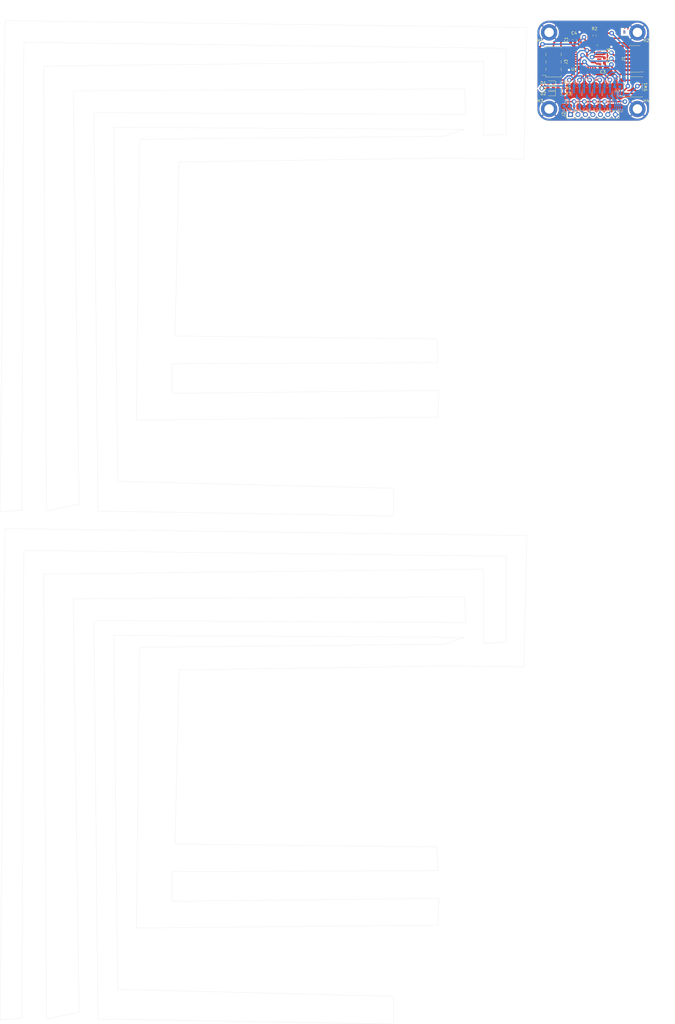
<source format=kicad_pcb>
(kicad_pcb (version 20221018) (generator pcbnew)
  (layers (0 "F.Cu" signal) (31 "B.Cu" signal) (34 "B.Paste" user) (35 "F.Paste" user) (36 "B.SilkS" user "B.Silkscreen") (37 "F.SilkS" user "F.Silkscreen") (38 "B.Mask" user) (39 "F.Mask" user) (44 "Edge.Cuts" user))
  (net 0 "")
  (net 1 "+5V-v2-")
  (net 2 "GND-v2-")
  (net 3 "+3.3V-v2-")
  (net 4 "Net-(D1-K)-v2-")
  (net 6 "Net-(D3-K)-v2-")
  (net 7 "Status_LED-v2-")
  (net 8 "Data_Clock_SNES-v2-")
  (net 9 "Data_Latch_SNES-v2-")
  (net 10 "Net-(D2-K)-v2-")
  (net 11 "Serial_Data1_SNES-v2-")
  (net 12 "Serial_Data2_SNES-v2-")
  (net 13 "SPI_Chip_Select-v2-")
  (net 14 "Chip_Enable-v2-")
  (net 15 "SPI_Digital_Input-v2-")
  (net 16 "SPI_Clock-v2-")
  (net 17 "SPI_Digital_Output-v2-")
  (net 18 "IOBit_SNES-v2-")
  (net 19 "Data_Clock_STM32-v2-")
  (net 20 "Data_Latch_STM32-v2-")
  (net 21 "Appairing_Btn-v2-")
  (net 22 "Net-(U2-BP)-v2-")
  (net 23 "SWDIO-v2-")
  (net 24 "SWDCK-v2-")
  (net 27 "NRST-v2-")
  (net 28 "USART2_RX-v2-")
  (net 29 "USART2_TX-v2-")
  (net 30 "Serial_Data1_STM32-v2-")
  (net 31 "IOBit_STM32-v2-")
  (net 32 "Serial_Data2_STM32-v2-")
  (footprint "Package_QFP:LQFP-32_7x7mm_P0.8mm" (layer "F.Cu") (at 200.6 13.15 180)
    (fp_text reference "U1")
    (fp_text value "STM32L412KBTx")
  )
  (footprint "Connector_PinHeader_2.54mm:PinHeader_1x07_P2.54mm_Vertical" (layer "F.Cu") (at 195 33.15 90)
    (fp_text reference "J2")
    (fp_text value "Conn_01x07_Socket")
  )
  (footprint "Resistor_SMD:R_0603_1608Metric_Pad0.98x0.95mm_HandSolder" (layer "F.Cu") (at 203.17 6.32 90)
    (fp_text reference "R2")
    (fp_text value "10k")
  )
  (footprint "Resistor_SMD:R_0603_1608Metric_Pad0.98x0.95mm_HandSolder" (layer "F.Cu") (at 191.76875 22.45)
    (fp_text reference "R1")
    (fp_text value "1k")
  )
  (footprint "Resistor_SMD:R_0603_1608Metric_Pad0.98x0.95mm_HandSolder" (layer "F.Cu") (at 191.76875 24.25)
    (fp_text reference "R4")
    (fp_text value "1k")
  )
  (footprint "Capacitor_SMD:C_0603_1608Metric_Pad1.08x0.95mm_HandSolder" (layer "F.Cu") (at 206.51 11.5 90)
    (fp_text reference "C5")
    (fp_text value "100n")
  )
  (footprint "MountingHole:MountingHole_3.2mm_M3_DIN965_Pad" (layer "F.Cu") (at 187.75 5.25)
    (fp_text reference "H1")
    (fp_text value "MountingHole_Pad")
  )
  (footprint "MountingHole:MountingHole_3.2mm_M3_DIN965_Pad" (layer "F.Cu") (at 187.75 31.25)
    (fp_text reference "H3")
    (fp_text value "MountingHole_Pad")
  )
  (footprint "Button_Switch_SMD:SW_SPST_B3S-1000" (layer "F.Cu") (at 216.25 23.75 180)
    (fp_text reference "SW1")
    (fp_text value "SW_SPST")
  )
  (footprint "Connector_PinHeader_1.27mm:PinHeader_2x07_P1.27mm_Vertical_SMD" (layer "F.Cu") (at 216.75 14.25 180)
    (fp_text reference "J1")
    (fp_text value "Conn_02x07_Odd_Even")
  )
  (footprint "MountingHole:MountingHole_3.2mm_M3_DIN965_Pad" (layer "F.Cu") (at 217.75 31.25)
    (fp_text reference "H4")
    (fp_text value "MountingHole_Pad")
  )
  (footprint "MountingHole:MountingHole_3.2mm_M3_DIN965_Pad" (layer "F.Cu") (at 217.75 5.25)
    (fp_text reference "H2")
    (fp_text value "MountingHole_Pad")
  )
  (footprint "Connector_PinSocket_2.54mm:PinSocket_2x04_P2.54mm_Vertical_SMD" (layer "F.Cu") (at 189.25 15.25 180)
    (fp_text reference "J3")
    (fp_text value "Conn_01x08_Socket")
  )
  (footprint "Capacitor_SMD:C_0603_1608Metric_Pad1.08x0.95mm_HandSolder" (layer "F.Cu") (at 206.51 14.8025 90)
    (fp_text reference "C2")
    (fp_text value "100n")
  )
  (footprint "Capacitor_SMD:C_0603_1608Metric_Pad1.08x0.95mm_HandSolder" (layer "F.Cu") (at 195.05 7.75 90)
    (fp_text reference "C1")
    (fp_text value "10u")
  )
  (footprint "Capacitor_SMD:C_0603_1608Metric_Pad1.08x0.95mm_HandSolder" (layer "F.Cu") (at 206.0025 17.19)
    (fp_text reference "C3")
    (fp_text value "100n")
  )
  (footprint "Capacitor_SMD:C_0603_1608Metric_Pad1.08x0.95mm_HandSolder" (layer "F.Cu") (at 196.55 7.75 90)
    (fp_text reference "C4")
    (fp_text value "100n")
  )
  (footprint "Resistor_SMD:R_0603_1608Metric_Pad0.98x0.95mm_HandSolder" (layer "F.Cu") (at 191.76875 26.05)
    (fp_text reference "R3")
    (fp_text value "1k")
  )
  (footprint "Diode_SMD:D_0603_1608Metric_Pad1.05x0.95mm_HandSolder" (layer "F.Cu") (at 188.26875 24.25 180)
    (fp_text reference "D3")
    (fp_text value "LED")
  )
  (footprint "Diode_SMD:D_0603_1608Metric_Pad1.05x0.95mm_HandSolder" (layer "F.Cu") (at 188.26875 22.45 180)
    (fp_text reference "D1")
    (fp_text value "LED_Small")
  )
  (footprint "Diode_SMD:D_0603_1608Metric_Pad1.05x0.95mm_HandSolder" (layer "F.Cu") (at 188.26875 26.05 180)
    (fp_text reference "D2")
    (fp_text value "LED_Small")
  )
  (footprint "Package_TO_SOT_SMD:SOT-23" (layer "B.Cu") (at 204.05 26.15 -90)
    (fp_text reference "Q4")
    (fp_text value "2N7002")
  )
  (footprint "Package_SO:MSOP-8_3x3mm_P0.65mm" (layer "B.Cu") (at 211.0125 27.9 -90)
    (fp_text reference "U2")
    (fp_text value "MIC5219-3.3YMM")
  )
  (footprint "Capacitor_SMD:C_0603_1608Metric_Pad1.08x0.95mm_HandSolder" (layer "B.Cu") (at 210.9 23.7 180)
    (fp_text reference "C6")
    (fp_text value "470p")
  )
  (footprint "Resistor_SMD:R_0603_1608Metric_Pad0.98x0.95mm_HandSolder" (layer "B.Cu") (at 207.5 23.45)
    (fp_text reference "R9")
    (fp_text value "10k")
  )
  (footprint "Resistor_SMD:R_0603_1608Metric_Pad0.98x0.95mm_HandSolder" (layer "B.Cu") (at 197.15 30.35)
    (fp_text reference "R11")
    (fp_text value "10k")
  )
  (footprint "Resistor_SMD:R_0603_1608Metric_Pad0.98x0.95mm_HandSolder" (layer "B.Cu") (at 197.15 23.45)
    (fp_text reference "R6")
    (fp_text value "10k")
  )
  (footprint "Resistor_SMD:R_0603_1608Metric_Pad0.98x0.95mm_HandSolder" (layer "B.Cu") (at 193.7 30.35)
    (fp_text reference "R10")
    (fp_text value "10k")
  )
  (footprint "Package_TO_SOT_SMD:SOT-23" (layer "B.Cu") (at 197.15 26.15 -90)
    (fp_text reference "Q2")
    (fp_text value "2N7002")
  )
  (footprint "Capacitor_SMD:C_0603_1608Metric_Pad1.08x0.95mm_HandSolder" (layer "B.Cu") (at 210.9 22.2 180)
    (fp_text reference "C7")
    (fp_text value "2.2u")
  )
  (footprint "Package_TO_SOT_SMD:SOT-23" (layer "B.Cu") (at 207.5 26.15 -90)
    (fp_text reference "Q5")
    (fp_text value "2N7002")
  )
  (footprint "Package_TO_SOT_SMD:SOT-23" (layer "B.Cu") (at 193.7 26.15 -90)
    (fp_text reference "Q1")
    (fp_text value "2N7002")
  )
  (footprint "Resistor_SMD:R_0603_1608Metric_Pad0.98x0.95mm_HandSolder" (layer "B.Cu") (at 207.5 30.35)
    (fp_text reference "R14")
    (fp_text value "10k")
  )
  (footprint "Package_TO_SOT_SMD:SOT-23" (layer "B.Cu") (at 200.6 26.15 -90)
    (fp_text reference "Q3")
    (fp_text value "2N7002")
  )
  (footprint "Resistor_SMD:R_0603_1608Metric_Pad0.98x0.95mm_HandSolder" (layer "B.Cu") (at 200.6 30.35)
    (fp_text reference "R12")
    (fp_text value "10k")
  )
  (footprint "Resistor_SMD:R_0603_1608Metric_Pad0.98x0.95mm_HandSolder" (layer "B.Cu") (at 204.05 23.45)
    (fp_text reference "R8")
    (fp_text value "10k")
  )
  (footprint "Resistor_SMD:R_0603_1608Metric_Pad0.98x0.95mm_HandSolder" (layer "B.Cu") (at 200.6 23.45)
    (fp_text reference "R7")
    (fp_text value "10k")
  )
  (footprint "Resistor_SMD:R_0603_1608Metric_Pad0.98x0.95mm_HandSolder" (layer "B.Cu") (at 204.05 30.35)
    (fp_text reference "R13")
    (fp_text value "10k")
  )
  (footprint "Resistor_SMD:R_0603_1608Metric_Pad0.98x0.95mm_HandSolder" (layer "B.Cu") (at 193.7 23.45)
    (fp_text reference "R5")
    (fp_text value "10k")
  )
  (gr_line (start 180.219937 3.59989) (end 2.929937 1.24989) (stroke (width 0.05)) (layer "Edge.Cuts"))
  (gr_line (start 187.75 1.25) (end 217.75 1.25) (stroke (width 0.1)) (layer "Edge.Cuts"))
  (gr_line (start 165.439937 40.19989) (end 165.439937 15.01989) (stroke (width 0.05)) (layer "Edge.Cuts"))
  (gr_line (start 8.639937 167.44989) (end 9.309937 8.63989) (stroke (width 0.05)) (layer "Edge.Cuts"))
  (gr_line (start 33.149937 204.97989) (end 34.489937 340.28989) (stroke (width 0.05)) (layer "Edge.Cuts"))
  (gr_line (start 59.679937 290.25989) (end 149.999937 289.92989) (stroke (width 0.05)) (layer "Edge.Cuts"))
  (gr_line (start 165.439937 15.01989) (end 16.029937 16.69989) (stroke (width 0.05)) (layer "Edge.Cuts"))
  (gr_line (start 173.159937 183.14989) (end 173.159937 212.35989) (stroke (width 0.05)) (layer "Edge.Cuts"))
  (gr_line (start 134.889937 160.06989) (end 41.209937 157.71989) (stroke (width 0.05)) (layer "Edge.Cuts"))
  (gr_line (start 173.159937 10.64989) (end 173.159937 39.85989) (stroke (width 0.05)) (layer "Edge.Cuts"))
  (gr_line (start 149.999937 117.42989) (end 149.659937 109.36989) (stroke (width 0.05)) (layer "Edge.Cuts"))
  (gr_line (start 217.75 35.25) (end 187.75 35.25) (stroke (width 0.1)) (layer "Edge.Cuts"))
  (gr_line (start 39.869937 37.50989) (end 158.729937 38.18989) (stroke (width 0.05)) (layer "Edge.Cuts"))
  (gr_line (start 221.75 5.25) (end 221.75 31.25) (stroke (width 0.1)) (layer "Edge.Cuts"))
  (gr_line (start 150.329937 299.32989) (end 59.679937 300.32989) (stroke (width 0.05)) (layer "Edge.Cuts"))
  (gr_arc (start 221.75 31.25) (mid 220.578427 34.078427) (end 217.75 35.25) (stroke (width 0.1)) (layer "Edge.Cuts"))
  (gr_line (start 60.679937 108.35989) (end 62.029937 49.26989) (stroke (width 0.05)) (layer "Edge.Cuts"))
  (gr_line (start 59.679937 127.82989) (end 59.679937 117.75989) (stroke (width 0.05)) (layer "Edge.Cuts"))
  (gr_line (start 2.929937 1.24989) (end 1.249937 168.12989) (stroke (width 0.05)) (layer "Edge.Cuts"))
  (gr_line (start 34.489937 167.78989) (end 134.889937 169.46989) (stroke (width 0.05)) (layer "Edge.Cuts"))
  (gr_line (start 16.029937 16.69989) (end 17.039937 167.78989) (stroke (width 0.05)) (layer "Edge.Cuts"))
  (gr_line (start 16.029937 189.19989) (end 17.039937 340.28989) (stroke (width 0.05)) (layer "Edge.Cuts"))
  (gr_line (start 1.249937 168.12989) (end 8.639937 167.44989) (stroke (width 0.05)) (layer "Edge.Cuts"))
  (gr_line (start 165.439937 212.69989) (end 165.439937 187.51989) (stroke (width 0.05)) (layer "Edge.Cuts"))
  (gr_line (start 159.399937 33.14989) (end 33.149937 32.47989) (stroke (width 0.05)) (layer "Edge.Cuts"))
  (gr_line (start 9.309937 181.13989) (end 173.159937 183.14989) (stroke (width 0.05)) (layer "Edge.Cuts"))
  (gr_line (start 159.059937 196.91989) (end 159.399937 205.64989) (stroke (width 0.05)) (layer "Edge.Cuts"))
  (gr_line (start 1.249937 340.62989) (end 8.639937 339.94989) (stroke (width 0.05)) (layer "Edge.Cuts"))
  (gr_arc (start 187.75 35.25) (mid 184.921573 34.078427) (end 183.75 31.25) (stroke (width 0.1)) (layer "Edge.Cuts"))
  (gr_line (start 149.659937 109.36989) (end 60.679937 108.35989) (stroke (width 0.05)) (layer "Edge.Cuts"))
  (gr_line (start 48.599937 41.53989) (end 47.589937 136.89989) (stroke (width 0.05)) (layer "Edge.Cuts"))
  (gr_line (start 153.019937 220.41989) (end 179.209937 220.75989) (stroke (width 0.05)) (layer "Edge.Cuts"))
  (gr_line (start 8.639937 339.94989) (end 9.309937 181.13989) (stroke (width 0.05)) (layer "Edge.Cuts"))
  (gr_line (start 28.119937 337.93989) (end 26.099937 197.58989) (stroke (width 0.05)) (layer "Edge.Cuts"))
  (gr_line (start 150.329937 126.82989) (end 59.679937 127.82989) (stroke (width 0.05)) (layer "Edge.Cuts"))
  (gr_line (start 48.599937 214.03989) (end 47.589937 309.39989) (stroke (width 0.05)) (layer "Edge.Cuts"))
  (gr_line (start 59.679937 117.75989) (end 149.999937 117.42989) (stroke (width 0.05)) (layer "Edge.Cuts"))
  (gr_line (start 149.999937 308.38989) (end 150.329937 299.32989) (stroke (width 0.05)) (layer "Edge.Cuts"))
  (gr_line (start 47.589937 136.89989) (end 149.999937 135.88989) (stroke (width 0.05)) (layer "Edge.Cuts"))
  (gr_line (start 33.149937 32.47989) (end 34.489937 167.78989) (stroke (width 0.05)) (layer "Edge.Cuts"))
  (gr_line (start 134.889937 341.96989) (end 134.889937 332.56989) (stroke (width 0.05)) (layer "Edge.Cuts"))
  (gr_line (start 159.399937 205.64989) (end 33.149937 204.97989) (stroke (width 0.05)) (layer "Edge.Cuts"))
  (gr_line (start 34.489937 340.28989) (end 134.889937 341.96989) (stroke (width 0.05)) (layer "Edge.Cuts"))
  (gr_line (start 2.929937 173.74989) (end 1.249937 340.62989) (stroke (width 0.05)) (layer "Edge.Cuts"))
  (gr_line (start 41.209937 330.21989) (end 39.869937 210.00989) (stroke (width 0.05)) (layer "Edge.Cuts"))
  (gr_line (start 158.729937 38.18989) (end 152.349937 40.53989) (stroke (width 0.05)) (layer "Edge.Cuts"))
  (gr_line (start 152.349937 40.53989) (end 48.599937 41.53989) (stroke (width 0.05)) (layer "Edge.Cuts"))
  (gr_line (start 173.159937 39.85989) (end 165.439937 40.19989) (stroke (width 0.05)) (layer "Edge.Cuts"))
  (gr_line (start 165.439937 187.51989) (end 16.029937 189.19989) (stroke (width 0.05)) (layer "Edge.Cuts"))
  (gr_line (start 41.209937 157.71989) (end 39.869937 37.50989) (stroke (width 0.05)) (layer "Edge.Cuts"))
  (gr_line (start 59.679937 300.32989) (end 59.679937 290.25989) (stroke (width 0.05)) (layer "Edge.Cuts"))
  (gr_line (start 62.029937 49.26989) (end 153.019937 47.91989) (stroke (width 0.05)) (layer "Edge.Cuts"))
  (gr_line (start 153.019937 47.91989) (end 179.209937 48.25989) (stroke (width 0.05)) (layer "Edge.Cuts"))
  (gr_line (start 47.589937 309.39989) (end 149.999937 308.38989) (stroke (width 0.05)) (layer "Edge.Cuts"))
  (gr_line (start 149.999937 135.88989) (end 150.329937 126.82989) (stroke (width 0.05)) (layer "Edge.Cuts"))
  (gr_line (start 158.729937 210.68989) (end 152.349937 213.03989) (stroke (width 0.05)) (layer "Edge.Cuts"))
  (gr_line (start 180.219937 176.09989) (end 2.929937 173.74989) (stroke (width 0.05)) (layer "Edge.Cuts"))
  (gr_line (start 149.999937 289.92989) (end 149.659937 281.86989) (stroke (width 0.05)) (layer "Edge.Cuts"))
  (gr_line (start 62.029937 221.76989) (end 153.019937 220.41989) (stroke (width 0.05)) (layer "Edge.Cuts"))
  (gr_line (start 28.119937 165.43989) (end 26.099937 25.08989) (stroke (width 0.05)) (layer "Edge.Cuts"))
  (gr_line (start 159.059937 24.41989) (end 159.399937 33.14989) (stroke (width 0.05)) (layer "Edge.Cuts"))
  (gr_line (start 26.099937 25.08989) (end 159.059937 24.41989) (stroke (width 0.05)) (layer "Edge.Cuts"))
  (gr_line (start 60.679937 280.85989) (end 62.029937 221.76989) (stroke (width 0.05)) (layer "Edge.Cuts"))
  (gr_line (start 149.659937 281.86989) (end 60.679937 280.85989) (stroke (width 0.05)) (layer "Edge.Cuts"))
  (gr_line (start 9.309937 8.63989) (end 173.159937 10.64989) (stroke (width 0.05)) (layer "Edge.Cuts"))
  (gr_line (start 26.099937 197.58989) (end 159.059937 196.91989) (stroke (width 0.05)) (layer "Edge.Cuts"))
  (gr_line (start 17.039937 340.28989) (end 28.119937 337.93989) (stroke (width 0.05)) (layer "Edge.Cuts"))
  (gr_line (start 173.159937 212.35989) (end 165.439937 212.69989) (stroke (width 0.05)) (layer "Edge.Cuts"))
  (gr_line (start 183.75 31.25) (end 183.75 5.25) (stroke (width 0.1)) (layer "Edge.Cuts"))
  (gr_line (start 17.039937 167.78989) (end 28.119937 165.43989) (stroke (width 0.05)) (layer "Edge.Cuts"))
  (gr_line (start 152.349937 213.03989) (end 48.599937 214.03989) (stroke (width 0.05)) (layer "Edge.Cuts"))
  (gr_line (start 134.889937 169.46989) (end 134.889937 160.06989) (stroke (width 0.05)) (layer "Edge.Cuts"))
  (gr_line (start 39.869937 210.00989) (end 158.729937 210.68989) (stroke (width 0.05)) (layer "Edge.Cuts"))
  (gr_arc (start 183.75 5.25) (mid 184.921573 2.421573) (end 187.75 1.25) (stroke (width 0.1)) (layer "Edge.Cuts"))
  (gr_line (start 179.209937 220.75989) (end 180.219937 176.09989) (stroke (width 0.05)) (layer "Edge.Cuts"))
  (gr_line (start 179.209937 48.25989) (end 180.219937 3.59989) (stroke (width 0.05)) (layer "Edge.Cuts"))
  (gr_line (start 134.889937 332.56989) (end 41.209937 330.21989) (stroke (width 0.05)) (layer "Edge.Cuts"))
  (gr_arc (start 217.75 1.25) (mid 220.578427 2.421573) (end 221.75 5.25) (stroke (width 0.1)) (layer "Edge.Cuts"))
  (gr_text "SNES Plug" (at 205.75 3.75) (layer "F.Cu") (effects (font (size 1 1)) (justify left bottom)))
  (gr_text "T" (at 212.75 5.75) (layer "F.Cu") (effects (font (size 1 1)) (justify left bottom)))
  (gr_text "B" (at 212.75 5.75) (layer "B.Cu") (effects (font (size 1 1)) (justify left bottom)))
  (segment (start 206.5875 28.75) (end 213.5 28.75) (width 0.5) (layer "F.Cu") (net 1))
  (segment (start 196.2375 28.75) (end 199.6875 28.75) (width 0.3) (layer "F.Cu") (net 1))
  (segment (start 196.2375 31.9125) (end 195 33.15) (width 0.5) (layer "F.Cu") (net 1))
  (segment (start 187.39375 26.084561) (end 188.809189 27.5) (width 0.5) (layer "F.Cu") (net 1))
  (segment (start 191.5 28.75) (end 196.2375 28.75) (width 0.5) (layer "F.Cu") (net 1))
  (segment (start 188.809189 27.5) (end 190.25 27.5) (width 0.5) (layer "F.Cu") (net 1))
  (segment (start 203.1375 28.75) (end 199.6875 28.75) (width 0.5) (layer "F.Cu") (net 1))
  (segment (start 190.25 27.5) (end 191.5 28.75) (width 0.5) (layer "F.Cu") (net 1))
  (segment (start 187.39375 26.05) (end 187.39375 26.084561) (width 0.5) (layer "F.Cu") (net 1))
  (segment (start 203.1375 28.75) (end 206.5875 28.75) (width 0.5) (layer "F.Cu") (net 1))
  (segment (start 196.2375 28.75) (end 196.2375 31.9125) (width 0.5) (layer "F.Cu") (net 1))
  (via (at 213.5 28.75) (size 1.6) (drill 0.8) (layers "F.Cu" "B.Cu") (net 1))
  (via (at 196.2375 28.75) (size 1.6) (drill 0.8) (layers "F.Cu" "B.Cu") (net 1))
  (via (at 199.6875 28.75) (size 1.6) (drill 0.8) (layers "F.Cu" "B.Cu") (net 1))
  (via (at 203.1375 28.75) (size 1.6) (drill 0.8) (layers "F.Cu" "B.Cu") (net 1))
  (via (at 206.5875 28.75) (size 1.6) (drill 0.8) (layers "F.Cu" "B.Cu") (net 1))
  (segment (start 213.5 28.75) (end 213.4 28.65) (width 0.5) (layer "B.Cu") (net 1))
  (segment (start 203.1375 28.75) (end 203.1375 30.35) (width 0.5) (layer "B.Cu") (net 1))
  (segment (start 210.6875 25.7875) (end 210.6875 27.230761) (width 0.3) (layer "B.Cu") (net 1))
  (segment (start 195 33.15) (end 195 32.5625) (width 0.5) (layer "B.Cu") (net 1))
  (segment (start 196.2375 30.35) (end 196.2375 28.75) (width 0.5) (layer "B.Cu") (net 1))
  (segment (start 206.5875 28.75) (end 206.5875 30.35) (width 0.5) (layer "B.Cu") (net 1))
  (segment (start 213.4 28.65) (end 212.106739 28.65) (width 0.5) (layer "B.Cu") (net 1))
  (segment (start 199.6875 28.75) (end 199.6875 30.35) (width 0.5) (layer "B.Cu") (net 1))
  (segment (start 212.106739 28.65) (end 210.6875 27.230761) (width 0.5) (layer "B.Cu") (net 1))
  (segment (start 195 32.5625) (end 192.7875 30.35) (width 0.5) (layer "B.Cu") (net 1))
  (segment (start 206.865 17.19) (end 206.865 16.02) (width 0.5) (layer "F.Cu") (net 2))
  (segment (start 204.29 18.215) (end 205.84 18.215) (width 0.5) (layer "F.Cu") (net 2))
  (segment (start 195.05 6.8875) (end 196.55 6.8875) (width 0.5) (layer "F.Cu") (net 2))
  (segment (start 208.411689 10.6375) (end 206.51 10.6375) (width 0.5) (layer "F.Cu") (net 2))
  (segment (start 207.535 11.6625) (end 206.51 10.6375) (width 0.5) (layer "F.Cu") (net 2))
  (segment (start 206.51 15.665) (end 206.51 15.591193) (width 0.5) (layer "F.Cu") (net 2))
  (segment (start 206.51 15.591193) (end 207.535 14.566193) (width 0.5) (layer "F.Cu") (net 2))
  (segment (start 197.8 5.45) (end 197.8 8.975) (width 0.5) (layer "F.Cu") (net 2))
  (segment (start 205.84 18.215) (end 206.865 17.19) (width 0.5) (layer "F.Cu") (net 2))
  (segment (start 198.1 5.15) (end 197.8 5.45) (width 0.5) (layer "F.Cu") (net 2))
  (segment (start 196.55 6.8875) (end 196.55 6.7) (width 0.5) (layer "F.Cu") (net 2))
  (segment (start 207.535 14.566193) (end 207.535 11.6625) (width 0.5) (layer "F.Cu") (net 2))
  (segment (start 203.4 17.325) (end 204.29 18.215) (width 0.5) (layer "F.Cu") (net 2))
  (segment (start 194.5 18) (end 193.44 19.06) (width 0.5) (layer "F.Cu") (net 2))
  (segment (start 208.899189 10.15) (end 208.411689 10.6375) (width 0.5) (layer "F.Cu") (net 2))
  (segment (start 193.44 19.06) (end 191.77 19.06) (width 0.5) (layer "F.Cu") (net 2))
  (segment (start 206.865 16.02) (end 206.51 15.665) (width 0.5) (layer "F.Cu") (net 2))
  (segment (start 196.55 6.7) (end 198.1 5.15) (width 0.5) (layer "F.Cu") (net 2))
  (via (at 198.1 5.15) (size 1.6) (drill 0.8) (layers "F.Cu" "B.Cu") (net 2))
  (via (at 210.0375 20.15) (size 1.6) (drill 0.8) (layers "F.Cu" "B.Cu") (net 2))
  (via (at 208.899189 10.15) (size 1.6) (drill 0.8) (layers "F.Cu" "B.Cu") (net 2))
  (via (at 194.5 18) (size 1.6) (drill 0.8) (layers "F.Cu" "B.Cu") (net 2))
  (segment (start 206.15 10.15) (end 201.15 5.15) (width 0.5) (layer "B.Cu") (net 2))
  (segment (start 208.899189 10.15) (end 206.15 10.15) (width 0.5) (layer "B.Cu") (net 2))
  (segment (start 210.0375 22.2) (end 210.0375 23.7) (width 0.5) (layer "B.Cu") (net 2))
  (segment (start 210.0375 20.1875) (end 210 20.15) (width 0.5) (layer "B.Cu") (net 2))
  (segment (start 210.0375 22.2) (end 210.0375 20.15) (width 0.5) (layer "B.Cu") (net 2))
  (segment (start 201.15 5.15) (end 198.1 5.15) (width 0.5) (layer "B.Cu") (net 2))
  (segment (start 196.425 10.35) (end 196.425 8.7375) (width 0.5) (layer "F.Cu") (net 3))
  (segment (start 196.425 8.7375) (end 196.55 8.6125) (width 0.5) (layer "F.Cu") (net 3))
  (segment (start 206.1225 12.75) (end 204.775 12.75) (width 0.5) (layer "F.Cu") (net 3))
  (segment (start 205.14 16.315) (end 204.775 15.95) (width 0.5) (layer "F.Cu") (net 3))
  (segment (start 220.4 16.79) (end 220.75 17.14) (width 0.5) (layer "F.Cu") (net 3))
  (segment (start 220.75 20.975) (end 220.75 17.14) (width 0.5) (layer "F.Cu") (net 3))
  (segment (start 200.6 11.4) (end 199.55 10.35) (width 0.5) (layer "F.Cu") (net 3))
  (segment (start 212.275 21.5) (end 220.225 21.5) (width 0.5) (layer "F.Cu") (net 3))
  (segment (start 204.775 12.75) (end 203.75 12.75) (width 0.5) (layer "F.Cu") (net 3))
  (segment (start 185.25 24.25) (end 185.25 20.54) (width 0.5) (layer "F.Cu") (net 3))
  (segment (start 195.05 8.975) (end 196.425 10.35) (width 0.5) (layer "F.Cu") (net 3))
  (segment (start 218.7 16.79) (end 220.4 16.79) (width 0.5) (layer "F.Cu") (net 3))
  (segment (start 204.775 15.95) (end 203.870406 15.95) (width 0.5) (layer "F.Cu") (net 3))
  (segment (start 203.420406 15.5) (end 202.290811 15.5) (width 0.5) (layer "F.Cu") (net 3))
  (segment (start 218.225 23.5) (end 220.225 21.5) (width 0.5) (layer "F.Cu") (net 3))
  (segment (start 206.51 12.3625) (end 206.1225 12.75) (width 0.5) (layer "F.Cu") (net 3))
  (segment (start 187.39375 24.25) (end 185.25 24.25) (width 0.5) (layer "F.Cu") (net 3))
  (segment (start 199.55 10.35) (end 196.425 10.35) (width 0.5) (layer "F.Cu") (net 3))
  (segment (start 185.25 20.54) (end 186.73 19.06) (width 0.5) (layer "F.Cu") (net 3))
  (segment (start 195.05 8.6125) (end 195.05 8.975) (width 0.5) (layer "F.Cu") (net 3))
  (segment (start 217.75 23.5) (end 218.225 23.5) (width 0.5) (layer "F.Cu") (net 3))
  (segment (start 202.4 11.4) (end 200.6 11.4) (width 0.5) (layer "F.Cu") (net 3))
  (segment (start 203.75 12.75) (end 202.4 11.4) (width 0.5) (layer "F.Cu") (net 3))
  (segment (start 205.14 17.19) (end 205.14 16.315) (width 0.5) (layer "F.Cu") (net 3))
  (segment (start 200.6 13.809189) (end 200.6 11.4) (width 0.5) (layer "F.Cu") (net 3))
  (segment (start 202.290811 15.5) (end 200.6 13.809189) (width 0.5) (layer "F.Cu") (net 3))
  (segment (start 203.870406 15.95) (end 203.420406 15.5) (width 0.5) (layer "F.Cu") (net 3))
  (segment (start 220.225 21.5) (end 220.75 20.975) (width 0.5) (layer "F.Cu") (net 3))
  (via (at 217.75 23.5) (size 1.6) (drill 0.8) (layers "F.Cu" "B.Cu") (net 3))
  (via (at 200.6 11.4) (size 1.6) (drill 0.8) (layers "F.Cu" "B.Cu") (net 3))
  (via (at 185.25 24.25) (size 1.6) (drill 0.8) (layers "F.Cu" "B.Cu") (net 3))
  (segment (start 211.7625 19.965811) (end 210.596689 18.8) (width 0.5) (layer "B.Cu") (net 3))
  (segment (start 197.303311 12.446689) (end 197.303311 20.05) (width 0.5) (layer "B.Cu") (net 3))
  (segment (start 203.1375 21.115811) (end 203.1375 23.45) (width 0.5) (layer "B.Cu") (net 3))
  (segment (start 208.903311 18.8) (end 206.5875 21.115811) (width 0.5) (layer "B.Cu") (net 3))
  (segment (start 200.753311 20.05) (end 202.071689 20.05) (width 0.5) (layer "B.Cu") (net 3))
  (segment (start 203.1 23.4875) (end 203.1375 23.45) (width 0.5) (layer "B.Cu") (net 3))
  (segment (start 196.2375 21.115811) (end 196.2375 23.45) (width 0.5) (layer "B.Cu") (net 3))
  (segment (start 198.621689 20.05) (end 197.303311 20.05) (width 0.5) (layer "B.Cu") (net 3))
  (segment (start 212.45 22.2) (end 211.7625 22.2) (width 0.5) (layer "B.Cu") (net 3))
  (segment (start 194.053311 20.05) (end 195.171689 20.05) (width 0.5) (layer "B.Cu") (net 3))
  (segment (start 192.7875 21.315811) (end 194.053311 20.05) (width 0.5) (layer "B.Cu") (net 3))
  (segment (start 214.743261 26.506739) (end 213 26.506739) (width 0.5) (layer "B.Cu") (net 3))
  (segment (start 206.5875 23.45) (end 206.5875 21.115811) (width 0.5) (layer "B.Cu") (net 3))
  (segment (start 211.3375 25.7875) (end 211.3375 26.727817) (width 0.3) (layer "B.Cu") (net 3))
  (segment (start 211.7625 22.2) (end 211.7625 19.965811) (width 0.5) (layer "B.Cu") (net 3))
  (segment (start 195.171689 20.05) (end 196.2375 21.115811) (width 0.5) (layer "B.Cu") (net 3))
  (segment (start 192.75 25.2125) (end 192.75 23.4875) (width 0.5) (layer "B.Cu") (net 3))
  (segment (start 197.303311 20.05) (end 196.2375 21.115811) (width 0.5) (layer "B.Cu") (net 3))
  (segment (start 185.25 24.25) (end 186.05 23.45) (width 0.5) (layer "B.Cu") (net 3))
  (segment (start 199.6875 23.45) (end 199.6875 21.115811) (width 0.5) (layer "B.Cu") (net 3))
  (segment (start 214.743261 26.506739) (end 217.75 23.5) (width 0.5) (layer "B.Cu") (net 3))
  (segment (start 213 26.506739) (end 213 22.75) (width 0.5) (layer "B.Cu") (net 3))
  (segment (start 200.6 11.4) (end 198.35 11.4) (width 0.5) (layer "B.Cu") (net 3))
  (segment (start 192.75 23.4875) (end 192.7875 23.45) (width 0.5) (layer "B.Cu") (net 3))
  (segment (start 199.65 23.4875) (end 199.6875 23.45) (width 0.5) (layer "B.Cu") (net 3))
  (segment (start 211.3375 26.727817) (end 211.759683 27.15) (width 0.3) (layer "B.Cu") (net 3))
  (segment (start 198.35 11.4) (end 197.303311 12.446689) (width 0.5) (layer "B.Cu") (net 3))
  (segment (start 203.1 25.2125) (end 203.1 23.4875) (width 0.5) (layer "B.Cu") (net 3))
  (segment (start 206.55 25.2125) (end 206.55 23.4875) (width 0.5) (layer "B.Cu") (net 3))
  (segment (start 186.05 23.45) (end 192.7875 23.45) (width 0.5) (layer "B.Cu") (net 3))
  (segment (start 205.521689 20.05) (end 204.203311 20.05) (width 0.5) (layer "B.Cu") (net 3))
  (segment (start 196.2 23.4875) (end 196.2375 23.45) (width 0.5) (layer "B.Cu") (net 3))
  (segment (start 210.596689 18.8) (end 208.903311 18.8) (width 0.5) (layer "B.Cu") (net 3))
  (segment (start 213 22.75) (end 212.45 22.2) (width 0.5) (layer "B.Cu") (net 3))
  (segment (start 192.7875 23.45) (end 192.7875 21.315811) (width 0.5) (layer "B.Cu") (net 3))
  (segment (start 199.6875 21.115811) (end 198.621689 20.05) (width 0.5) (layer "B.Cu") (net 3))
  (segment (start 212.356739 27.15) (end 211.759683 27.15) (width 0.5) (layer "B.Cu") (net 3))
  (segment (start 196.2 25.2125) (end 196.2 23.4875) (width 0.5) (layer "B.Cu") (net 3))
  (segment (start 206.55 23.4875) (end 206.5875 23.45) (width 0.5) (layer "B.Cu") (net 3))
  (segment (start 199.65 25.2125) (end 199.65 23.4875) (width 0.5) (layer "B.Cu") (net 3))
  (segment (start 202.071689 20.05) (end 203.1375 21.115811) (width 0.5) (layer "B.Cu") (net 3))
  (segment (start 206.5875 21.115811) (end 205.521689 20.05) (width 0.5) (layer "B.Cu") (net 3))
  (segment (start 204.203311 20.05) (end 203.1375 21.115811) (width 0.5) (layer "B.Cu") (net 3))
  (segment (start 213 26.506739) (end 212.356739 27.15) (width 0.5) (layer "B.Cu") (net 3))
  (segment (start 199.6875 21.115811) (end 200.753311 20.05) (width 0.5) (layer "B.Cu") (net 3))
  (segment (start 190.85625 22.45) (end 189.14375 22.45) (width 0.5) (layer "F.Cu") (net 4))
  (segment (start 190.85625 24.25) (end 189.14375 24.25) (width 0.5) (layer "F.Cu") (net 6))
  (segment (start 188.41875 21.425) (end 192.575 21.425) (width 0.5) (layer "F.Cu") (net 7))
  (segment (start 194 20) (end 195.125 20) (width 0.5) (layer "F.Cu") (net 7))
  (segment (start 195.125 20) (end 197.8 17.325) (width 0.5) (layer "F.Cu") (net 7))
  (segment (start 187.39375 22.45) (end 188.41875 21.425) (width 0.5) (layer "F.Cu") (net 7))
  (segment (start 192.575 21.425) (end 194 20) (width 0.5) (layer "F.Cu") (net 7))
  (segment (start 196.75 31.75) (end 196.0125 31.75) (width 0.5) (layer "B.Cu") (net 8))
  (segment (start 197.54 33.15) (end 197.54 32.54) (width 0.5) (layer "B.Cu") (net 8))
  (segment (start 197.54 32.54) (end 196.75 31.75) (width 0.5) (layer "B.Cu") (net 8))
  (segment (start 194.6125 28) (end 193.7 27.0875) (width 0.5) (layer "B.Cu") (net 8))
  (segment (start 194.6125 30.35) (end 194.6125 28) (width 0.5) (layer "B.Cu") (net 8))
  (segment (start 196.0125 31.75) (end 194.6125 30.35) (width 0.5) (layer "B.Cu") (net 8))
  (segment (start 198.0625 28) (end 197.15 27.0875) (width 0.5) (layer "B.Cu") (net 9))
  (segment (start 198.0625 30.35) (end 198.0625 28) (width 0.5) (layer "B.Cu") (net 9))
  (segment (start 198.0625 31.2125) (end 200 33.15) (width 0.5) (layer "B.Cu") (net 9))
  (segment (start 198.0625 30.35) (end 198.0625 31.2125) (width 0.5) (layer "B.Cu") (net 9))
  (segment (start 189.14375 26.05) (end 190.85625 26.05) (width 0.5) (layer "F.Cu") (net 10))
  (segment (start 201.5125 30.35) (end 201.5125 32.1625) (width 0.5) (layer "B.Cu") (net 11))
  (segment (start 201.5125 28) (end 200.6 27.0875) (width 0.5) (layer "B.Cu") (net 11))
  (segment (start 201.5125 30.35) (end 201.5125 28) (width 0.5) (layer "B.Cu") (net 11))
  (segment (start 201.5125 32.1625) (end 202.5 33.15) (width 0.5) (layer "B.Cu") (net 11))
  (segment (start 204.9625 28) (end 204.05 27.0875) (width 0.5) (layer "B.Cu") (net 12))
  (segment (start 204.9625 30.35) (end 204.9625 28) (width 0.5) (layer "B.Cu") (net 12))
  (segment (start 204.9625 33.1125) (end 205 33.15) (width 0.5) (layer "B.Cu") (net 12))
  (segment (start 204.9625 30.35) (end 204.9625 33.1125) (width 0.5) (layer "B.Cu") (net 12))
  (segment (start 194 14.75) (end 193.5 15.25) (width 0.5) (layer "F.Cu") (net 13))
  (segment (start 194 12) (end 194 14.75) (width 0.5) (layer "F.Cu") (net 13))
  (segment (start 194.85 11.15) (end 194 12) (width 0.5) (layer "F.Cu") (net 13))
  (segment (start 196.425 11.15) (end 194.85 11.15) (width 0.5) (layer "F.Cu") (net 13))
  (segment (start 188 15.25) (end 186.73 16.52) (width 0.5) (layer "F.Cu") (net 13))
  (segment (start 193.5 15.25) (end 188 15.25) (width 0.5) (layer "F.Cu") (net 13))
  (segment (start 195.125 15.625) (end 195.125 12.345406) (width 0.5) (layer "F.Cu") (net 14))
  (segment (start 194.23 16.52) (end 195.125 15.625) (width 0.5) (layer "F.Cu") (net 14))
  (segment (start 195.520406 11.95) (end 196.425 11.95) (width 0.5) (layer "F.Cu") (net 14))
  (segment (start 191.77 16.52) (end 194.23 16.52) (width 0.5) (layer "F.Cu") (net 14))
  (segment (start 195.125 12.345406) (end 195.520406 11.95) (width 0.5) (layer "F.Cu") (net 14))
  (segment (start 191.77 8.516307) (end 196.486307 3.8) (width 0.5) (layer "F.Cu") (net 15))
  (segment (start 198.8 3.8) (end 201 6) (width 0.5) (layer "F.Cu") (net 15))
  (segment (start 196.486307 3.8) (end 198.8 3.8) (width 0.5) (layer "F.Cu") (net 15))
  (segment (start 201 6) (end 201 8.975) (width 0.5) (layer "F.Cu") (net 15))
  (segment (start 191.77 11.44) (end 191.77 8.516307) (width 0.5) (layer "F.Cu") (net 15))
  (segment (start 189.25 12.46) (end 189.25 9) (width 0.5) (layer "F.Cu") (net 16))
  (segment (start 189.25 9) (end 195.75 2.5) (width 0.5) (layer "F.Cu") (net 16))
  (segment (start 195.75 2.5) (end 199.75 2.5) (width 0.5) (layer "F.Cu") (net 16))
  (segment (start 190.77 13.98) (end 189.25 12.46) (width 0.5) (layer "F.Cu") (net 16))
  (segment (start 199.75 2.5) (end 201.8 4.55) (width 0.5) (layer "F.Cu") (net 16))
  (segment (start 191.77 13.98) (end 190.77 13.98) (width 0.5) (layer "F.Cu") (net 16))
  (segment (start 201.8 4.55) (end 201.8 8.975) (width 0.5) (layer "F.Cu") (net 16))
  (segment (start 199.6 7.470406) (end 200.2 8.070406) (width 0.5) (layer "F.Cu") (net 17))
  (segment (start 199.6 6.9) (end 199.6 7.470406) (width 0.5) (layer "F.Cu") (net 17))
  (segment (start 186.73 13.98) (end 185.73 13.98) (width 0.5) (layer "F.Cu") (net 17))
  (segment (start 200.2 8.070406) (end 200.2 8.975) (width 0.5) (layer "F.Cu") (net 17))
  (segment (start 184.68 12.93) (end 184.68 10.07) (width 0.5) (layer "F.Cu") (net 17))
  (segment (start 185.73 13.98) (end 184.68 12.93) (width 0.5) (layer "F.Cu") (net 17))
  (segment (start 184.68 10.07) (end 185.5 9.25) (width 0.5) (layer "F.Cu") (net 17))
  (via (at 199.6 6.9) (size 1.6) (drill 0.8) (layers "F.Cu" "B.Cu") (net 17))
  (via (at 185.5 9.25) (size 1.6) (drill 0.8) (layers "F.Cu" "B.Cu") (net 17))
  (segment (start 185.5 9.25) (end 197.25 9.25) (width 0.5) (layer "B.Cu") (net 17))
  (segment (start 197.25 9.25) (end 199.6 6.9) (width 0.5) (layer "B.Cu") (net 17))
  (segment (start 208.4125 30.35) (end 208.4125 28) (width 0.5) (layer "B.Cu") (net 18))
  (segment (start 208.4125 28) (end 207.5 27.0875) (width 0.5) (layer "B.Cu") (net 18))
  (segment (start 208.4125 30.35) (end 208.4125 32.2375) (width 0.5) (layer "B.Cu") (net 18))
  (segment (start 208.4125 32.2375) (end 207.5 33.15) (width 0.5) (layer "B.Cu") (net 18))
  (segment (start 198.6 18.229594) (end 198.6 17.325) (width 0.5) (layer "F.Cu") (net 19))
  (segment (start 195.429594 21.4) (end 198.6 18.229594) (width 0.5) (layer "F.Cu") (net 19))
  (segment (start 194.6125 21.4) (end 195.429594 21.4) (width 0.5) (layer "F.Cu") (net 19))
  (via (at 194.6125 21.4) (size 1.6) (drill 0.8) (layers "F.Cu" "B.Cu") (net 19))
  (segment (start 194.65 23.4875) (end 194.6125 23.45) (width 0.5) (layer "B.Cu") (net 19))
  (segment (start 194.6125 23.45) (end 194.6125 21.4) (width 0.5) (layer "B.Cu") (net 19))
  (segment (start 194.65 25.2125) (end 194.65 23.4875) (width 0.5) (layer "B.Cu") (net 19))
  (segment (start 198.0625 21.4) (end 199.4 20.0625) (width 0.5) (layer "F.Cu") (net 20))
  (segment (start 199.4 20.0625) (end 199.4 17.325) (width 0.5) (layer "F.Cu") (net 20))
  (via (at 198.0625 21.4) (size 1.6) (drill 0.8) (layers "F.Cu" "B.Cu") (net 20))
  (segment (start 198.1 25.2125) (end 198.1 23.4875) (width 0.5) (layer "B.Cu") (net 20))
  (segment (start 198.1 23.4875) (end 198.0625 23.45) (width 0.5) (layer "B.Cu") (net 20))
  (segment (start 198.0625 23.45) (end 198.0625 21.4) (width 0.5) (layer "B.Cu") (net 20))
  (segment (start 212.275 25.975) (end 212.275 26) (width 0.5) (layer "F.Cu") (net 21))
  (segment (start 204.9025 5.5) (end 203.17 7.2325) (width 0.5) (layer "F.Cu") (net 21))
  (segment (start 202.6 8.975) (end 202.6 7.8025) (width 0.5) (layer "F.Cu") (net 21))
  (segment (start 209 5.5) (end 204.9025 5.5) (width 0.5) (layer "F.Cu") (net 21))
  (segment (start 214.5 23.5) (end 214.5 23.75) (width 0.5) (layer "F.Cu") (net 21))
  (segment (start 220.225 26) (end 212.275 26) (width 0.5) (layer "F.Cu") (net 21))
  (segment (start 202.6 7.8025) (end 203.17 7.2325) (width 0.5) (layer "F.Cu") (net 21))
  (segment (start 214.5 23.75) (end 212.275 25.975) (width 0.5) (layer "F.Cu") (net 21))
  (via (at 209 5.5) (size 1.6) (drill 0.8) (layers "F.Cu" "B.Cu") (net 21))
  (via (at 214.5 23.5) (size 1.6) (drill 0.8) (layers "F.Cu" "B.Cu") (net 21))
  (segment (start 214.5 11) (end 209 5.5) (width 0.5) (layer "B.Cu") (net 21))
  (segment (start 214.5 23.5) (end 214.5 11) (width 0.5) (layer "B.Cu") (net 21))
  (segment (start 211.9875 23.925) (end 211.7625 23.7) (width 0.3) (layer "B.Cu") (net 22))
  (segment (start 211.9875 25.7875) (end 211.9875 23.925) (width 0.3) (layer "B.Cu") (net 22))
  (segment (start 212.809189 18.06) (end 208.899189 14.15) (width 0.5) (layer "F.Cu") (net 23))
  (segment (start 214.8 18.06) (end 212.809189 18.06) (width 0.5) (layer "F.Cu") (net 23))
  (segment (start 196.425 15.15) (end 197.329594 15.15) (width 0.5) (layer "F.Cu") (net 23))
  (segment (start 197.329594 15.15) (end 199.1 13.379594) (width 0.5) (layer "F.Cu") (net 23))
  (segment (start 199.1 13.379594) (end 199.1 13) (width 0.5) (layer "F.Cu") (net 23))
  (via (at 208.899189 14.15) (size 1.6) (drill 0.8) (layers "F.Cu" "B.Cu") (net 23))
  (via (at 199.1 13) (size 1.6) (drill 0.8) (layers "F.Cu" "B.Cu") (net 23))
  (segment (start 208.049189 15) (end 208.899189 14.15) (width 0.5) (layer "B.Cu") (net 23))
  (segment (start 199.1 13) (end 199.75 13) (width 0.5) (layer "B.Cu") (net 23))
  (segment (start 201.75 15) (end 208.049189 15) (width 0.5) (layer "B.Cu") (net 23))
  (segment (start 199.75 13) (end 201.75 15) (width 0.5) (layer "B.Cu") (net 23))
  (segment (start 217.87 18.06) (end 216.43 19.5) (width 0.5) (layer "F.Cu") (net 24))
  (segment (start 199.05 15.95) (end 196.425 15.95) (width 0.5) (layer "F.Cu") (net 24))
  (segment (start 211.5 19.5) (end 208.899189 16.899189) (width 0.5) (layer "F.Cu") (net 24))
  (segment (start 216.43 19.5) (end 211.5 19.5) (width 0.5) (layer "F.Cu") (net 24))
  (segment (start 218.7 18.06) (end 217.87 18.06) (width 0.5) (layer "F.Cu") (net 24))
  (segment (start 199.75 15.25) (end 199.05 15.95) (width 0.5) (layer "F.Cu") (net 24))
  (segment (start 208.899189 16.899189) (end 208.899189 16.15) (width 0.5) (layer "F.Cu") (net 24))
  (via (at 208.899189 16.15) (size 1.6) (drill 0.8) (layers "F.Cu" "B.Cu") (net 24))
  (via (at 199.75 15.25) (size 1.6) (drill 0.8) (layers "F.Cu" "B.Cu") (net 24))
  (segment (start 199.75 15.25) (end 201.25 16.75) (width 0.5) (layer "B.Cu") (net 24))
  (segment (start 201.25 16.75) (end 208.299189 16.75) (width 0.5) (layer "B.Cu") (net 24))
  (segment (start 208.299189 16.75) (end 208.899189 16.15) (width 0.5) (layer "B.Cu") (net 24))
  (segment (start 209.729189 12.98) (end 208.899189 12.15) (width 0.5) (layer "F.Cu") (net 27))
  (segment (start 202.45 13.55) (end 202.35 13.65) (width 0.5) (layer "F.Cu") (net 27))
  (segment (start 204.775 13.55) (end 202.45 13.55) (width 0.5) (layer "F.Cu") (net 27))
  (segment (start 206.51 13.94) (end 206.12 13.55) (width 0.5) (layer "F.Cu") (net 27))
  (segment (start 214.8 12.98) (end 209.729189 12.98) (width 0.5) (layer "F.Cu") (net 27))
  (segment (start 206.12 13.55) (end 204.775 13.55) (width 0.5) (layer "F.Cu") (net 27))
  (via (at 202.35 13.65) (size 1.6) (drill 0.8) (layers "F.Cu" "B.Cu") (net 27))
  (via (at 208.899189 12.15) (size 1.6) (drill 0.8) (layers "F.Cu" "B.Cu") (net 27))
  (segment (start 208.899189 12.15) (end 203.85 12.15) (width 0.5) (layer "B.Cu") (net 27))
  (segment (start 203.85 12.15) (end 202.35 13.65) (width 0.5) (layer "B.Cu") (net 27))
  (segment (start 205.125 7.25) (end 214.28 7.25) (width 0.5) (layer "F.Cu") (net 28))
  (segment (start 216.75 11.25) (end 216.29 11.71) (width 0.5) (layer "F.Cu") (net 28))
  (segment (start 216.29 11.71) (end 214.8 11.71) (width 0.5) (layer "F.Cu") (net 28))
  (segment (start 203.4 8.975) (end 205.125 7.25) (width 0.5) (layer "F.Cu") (net 28))
  (segment (start 216.75 9.72) (end 216.75 11.25) (width 0.5) (layer "F.Cu") (net 28))
  (segment (start 214.28 7.25) (end 216.75 9.72) (width 0.5) (layer "F.Cu") (net 28))
  (segment (start 213.16 8.8) (end 206.325 8.8) (width 0.5) (layer "F.Cu") (net 29))
  (segment (start 214.8 10.44) (end 213.16 8.8) (width 0.5) (layer "F.Cu") (net 29))
  (segment (start 206.325 8.8) (end 204.775 10.35) (width 0.5) (layer "F.Cu") (net 29))
  (segment (start 200.2 17.325) (end 200.2 20.0875) (width 0.5) (layer "F.Cu") (net 30))
  (segment (start 200.2 20.0875) (end 201.5125 21.4) (width 0.5) (layer "F.Cu") (net 30))
  (via (at 201.5125 21.4) (size 1.6) (drill 0.8) (layers "F.Cu" "B.Cu") (net 30))
  (segment (start 201.55 23.4875) (end 201.5125 23.45) (width 0.5) (layer "B.Cu") (net 30))
  (segment (start 201.5125 23.45) (end 201.5125 21.4) (width 0.5) (layer "B.Cu") (net 30))
  (segment (start 201.55 25.2125) (end 201.55 23.4875) (width 0.5) (layer "B.Cu") (net 30))
  (segment (start 201.8 18.560964) (end 201.8 17.325) (width 0.5) (layer "F.Cu") (net 31))
  (segment (start 208.4125 21.4) (end 206.5625 19.55) (width 0.5) (layer "F.Cu") (net 31))
  (segment (start 206.5625 19.55) (end 202.789036 19.55) (width 0.5) (layer "F.Cu") (net 31))
  (segment (start 202.789036 19.55) (end 201.8 18.560964) (width 0.5) (layer "F.Cu") (net 31))
  (via (at 208.4125 21.4) (size 1.6) (drill 0.8) (layers "F.Cu" "B.Cu") (net 31))
  (segment (start 208.45 23.4875) (end 208.4125 23.45) (width 0.5) (layer "B.Cu") (net 31))
  (segment (start 208.45 25.2125) (end 208.45 23.4875) (width 0.5) (layer "B.Cu") (net 31))
  (segment (start 208.4125 23.45) (end 208.4125 21.4) (width 0.5) (layer "B.Cu") (net 31))
  (segment (start 203.421689 21.4) (end 201 18.978311) (width 0.5) (layer "F.Cu") (net 32))
  (segment (start 204.9625 21.4) (end 203.421689 21.4) (width 0.5) (layer "F.Cu") (net 32))
  (segment (start 201 18.978311) (end 201 17.325) (width 0.5) (layer "F.Cu") (net 32))
  (via (at 204.9625 21.4) (size 1.6) (drill 0.8) (layers "F.Cu" "B.Cu") (net 32))
  (segment (start 204.9625 23.45) (end 204.9625 21.4) (width 0.5) (layer "B.Cu") (net 32))
  (segment (start 205 23.4875) (end 204.9625 23.45) (width 0.5) (layer "B.Cu") (net 32))
  (segment (start 205 25.2125) (end 205 23.4875) (width 0.5) (layer "B.Cu") (net 32))
  (zone (net 2) (net_name "GND-v2-") (layer "F.Cu") (connect_pads (clearance 0.5)) (min_thickness 0.25) (fill yes (thermal_gap 0.5) (thermal_bridge_width 0.5))
    (polygon (pts (xy 183.75 1.25) (xy 221.75 1.25) (xy 221.75 35.25) (xy 183.75 35.25)))
  )
  (zone (net 2) (net_name "GND-v2-") (layer "B.Cu") (priority 1) (connect_pads (clearance 0.5)) (min_thickness 0.25) (fill yes (thermal_gap 0.5) (thermal_bridge_width 0.5))
    (polygon (pts (xy 183.75 1.25) (xy 221.75 1.25) (xy 221.75 35.25) (xy 183.75 35.25)))
  )
)
</source>
